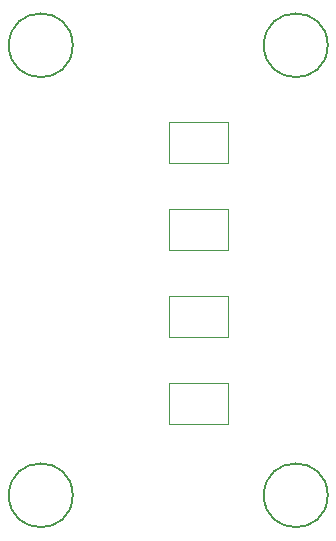
<source format=gbr>
%TF.GenerationSoftware,KiCad,Pcbnew,(7.0.0)*%
%TF.CreationDate,2023-11-10T13:47:01-05:00*%
%TF.ProjectId,ECE4760 Motor Driver,45434534-3736-4302-904d-6f746f722044,rev?*%
%TF.SameCoordinates,Original*%
%TF.FileFunction,Other,Comment*%
%FSLAX46Y46*%
G04 Gerber Fmt 4.6, Leading zero omitted, Abs format (unit mm)*
G04 Created by KiCad (PCBNEW (7.0.0)) date 2023-11-10 13:47:01*
%MOMM*%
%LPD*%
G01*
G04 APERTURE LIST*
%ADD10C,0.150000*%
%ADD11C,0.010000*%
G04 APERTURE END LIST*
D10*
%TO.C,H2*%
X88425000Y-43815000D02*
G75*
G03*
X88425000Y-43815000I-2700000J0D01*
G01*
D11*
%TO.C,Q1*%
X96560000Y-50320000D02*
X101560000Y-50320000D01*
X101560000Y-50320000D02*
X101560000Y-53820000D01*
X101560000Y-53820000D02*
X96560000Y-53820000D01*
X96560000Y-53820000D02*
X96560000Y-50320000D01*
D10*
%TO.C,H1*%
X110015000Y-43815000D02*
G75*
G03*
X110015000Y-43815000I-2700000J0D01*
G01*
D11*
%TO.C,Q4*%
X96560000Y-72418000D02*
X101560000Y-72418000D01*
X101560000Y-72418000D02*
X101560000Y-75918000D01*
X101560000Y-75918000D02*
X96560000Y-75918000D01*
X96560000Y-75918000D02*
X96560000Y-72418000D01*
D10*
%TO.C,H4*%
X88425000Y-81915000D02*
G75*
G03*
X88425000Y-81915000I-2700000J0D01*
G01*
%TO.C,H3*%
X110015000Y-81915000D02*
G75*
G03*
X110015000Y-81915000I-2700000J0D01*
G01*
D11*
%TO.C,Q2*%
X96560000Y-57686000D02*
X101560000Y-57686000D01*
X101560000Y-57686000D02*
X101560000Y-61186000D01*
X101560000Y-61186000D02*
X96560000Y-61186000D01*
X96560000Y-61186000D02*
X96560000Y-57686000D01*
%TO.C,Q3*%
X96560000Y-65052000D02*
X101560000Y-65052000D01*
X101560000Y-65052000D02*
X101560000Y-68552000D01*
X101560000Y-68552000D02*
X96560000Y-68552000D01*
X96560000Y-68552000D02*
X96560000Y-65052000D01*
%TD*%
M02*

</source>
